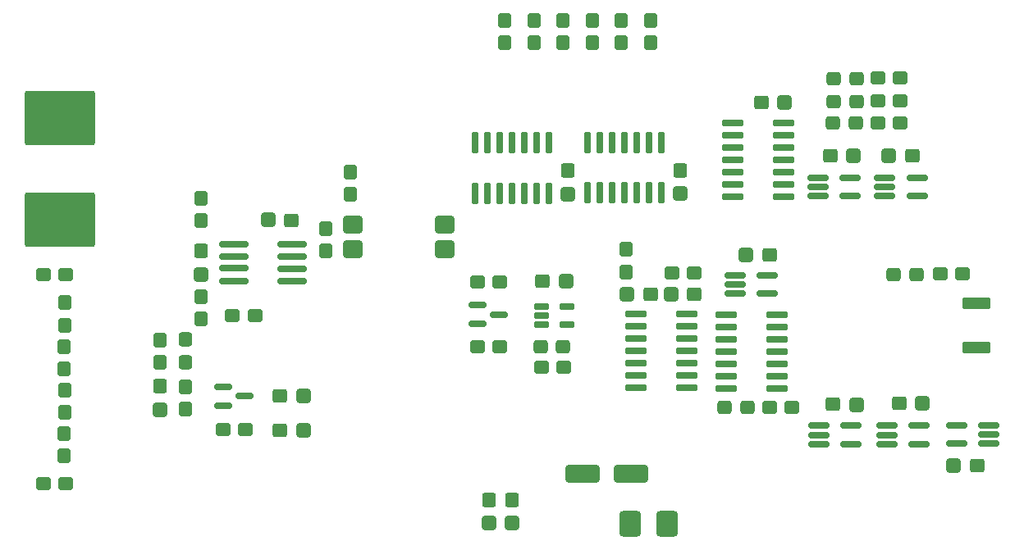
<source format=gbr>
%TF.GenerationSoftware,KiCad,Pcbnew,9.0.0*%
%TF.CreationDate,2025-07-11T04:59:07+08:00*%
%TF.ProjectId,tsal_g_v4.zip,7473616c-5f67-45f7-9634-2e7a69702e6b,rev?*%
%TF.SameCoordinates,Original*%
%TF.FileFunction,Paste,Top*%
%TF.FilePolarity,Positive*%
%FSLAX46Y46*%
G04 Gerber Fmt 4.6, Leading zero omitted, Abs format (unit mm)*
G04 Created by KiCad (PCBNEW 9.0.0) date 2025-07-11 04:59:07*
%MOMM*%
%LPD*%
G01*
G04 APERTURE LIST*
G04 Aperture macros list*
%AMRoundRect*
0 Rectangle with rounded corners*
0 $1 Rounding radius*
0 $2 $3 $4 $5 $6 $7 $8 $9 X,Y pos of 4 corners*
0 Add a 4 corners polygon primitive as box body*
4,1,4,$2,$3,$4,$5,$6,$7,$8,$9,$2,$3,0*
0 Add four circle primitives for the rounded corners*
1,1,$1+$1,$2,$3*
1,1,$1+$1,$4,$5*
1,1,$1+$1,$6,$7*
1,1,$1+$1,$8,$9*
0 Add four rect primitives between the rounded corners*
20,1,$1+$1,$2,$3,$4,$5,0*
20,1,$1+$1,$4,$5,$6,$7,0*
20,1,$1+$1,$6,$7,$8,$9,0*
20,1,$1+$1,$8,$9,$2,$3,0*%
G04 Aperture macros list end*
%ADD10RoundRect,0.278125X-0.474375X-0.389375X0.474375X-0.389375X0.474375X0.389375X-0.474375X0.389375X0*%
%ADD11RoundRect,0.304348X0.420652X0.395652X-0.420652X0.395652X-0.420652X-0.395652X0.420652X-0.395652X0*%
%ADD12RoundRect,0.090000X-1.040000X-0.210000X1.040000X-0.210000X1.040000X0.210000X-1.040000X0.210000X0*%
%ADD13RoundRect,0.091500X-1.038500X-0.213500X1.038500X-0.213500X1.038500X0.213500X-1.038500X0.213500X0*%
%ADD14RoundRect,0.305575X-0.412525X0.460025X-0.412525X-0.460025X0.412525X-0.460025X0.412525X0.460025X0*%
%ADD15RoundRect,0.308511X-0.416489X0.457089X-0.416489X-0.457089X0.416489X-0.457089X0.416489X0.457089X0*%
%ADD16RoundRect,0.390352X0.722148X0.934648X-0.722148X0.934648X-0.722148X-0.934648X0.722148X-0.934648X0*%
%ADD17RoundRect,0.305575X0.460025X0.412525X-0.460025X0.412525X-0.460025X-0.412525X0.460025X-0.412525X0*%
%ADD18RoundRect,0.308511X0.457089X0.416489X-0.457089X0.416489X-0.457089X-0.416489X0.457089X-0.416489X0*%
%ADD19RoundRect,0.250000X-1.500000X-0.650000X1.500000X-0.650000X1.500000X0.650000X-1.500000X0.650000X0*%
%ADD20RoundRect,0.162500X-0.927500X-0.162500X0.927500X-0.162500X0.927500X0.162500X-0.927500X0.162500X0*%
%ADD21RoundRect,0.150000X-0.750000X-0.150000X0.750000X-0.150000X0.750000X0.150000X-0.750000X0.150000X0*%
%ADD22RoundRect,0.278125X0.389375X-0.474375X0.389375X0.474375X-0.389375X0.474375X-0.389375X-0.474375X0*%
%ADD23RoundRect,0.162500X-0.617500X-0.162500X0.617500X-0.162500X0.617500X0.162500X-0.617500X0.162500X0*%
%ADD24RoundRect,0.278125X0.474375X0.389375X-0.474375X0.389375X-0.474375X-0.389375X0.474375X-0.389375X0*%
%ADD25RoundRect,0.305575X-0.460025X-0.412525X0.460025X-0.412525X0.460025X0.412525X-0.460025X0.412525X0*%
%ADD26RoundRect,0.308511X-0.457089X-0.416489X0.457089X-0.416489X0.457089X0.416489X-0.457089X0.416489X0*%
%ADD27RoundRect,0.162500X0.927500X0.162500X-0.927500X0.162500X-0.927500X-0.162500X0.927500X-0.162500X0*%
%ADD28RoundRect,0.278125X-0.389375X0.474375X-0.389375X-0.474375X0.389375X-0.474375X0.389375X0.474375X0*%
%ADD29RoundRect,0.250000X1.230000X0.350000X-1.230000X0.350000X-1.230000X-0.350000X1.230000X-0.350000X0*%
%ADD30RoundRect,0.090000X-0.210000X1.040000X-0.210000X-1.040000X0.210000X-1.040000X0.210000X1.040000X0*%
%ADD31RoundRect,0.091500X-0.213500X1.038500X-0.213500X-1.038500X0.213500X-1.038500X0.213500X1.038500X0*%
%ADD32RoundRect,0.249999X-0.750001X-0.640001X0.750001X-0.640001X0.750001X0.640001X-0.750001X0.640001X0*%
%ADD33RoundRect,0.251116X3.376384X-2.561384X3.376384X2.561384X-3.376384X2.561384X-3.376384X-2.561384X0*%
%ADD34RoundRect,0.304348X0.395652X-0.420652X0.395652X0.420652X-0.395652X0.420652X-0.395652X-0.420652X0*%
%ADD35RoundRect,0.150000X-1.350000X-0.150000X1.350000X-0.150000X1.350000X0.150000X-1.350000X0.150000X0*%
%ADD36RoundRect,0.150000X-1.337500X-0.150000X1.337500X-0.150000X1.337500X0.150000X-1.337500X0.150000X0*%
G04 APERTURE END LIST*
D10*
%TO.C,R31*%
X163897500Y-81367500D03*
X166202500Y-81367500D03*
%TD*%
D11*
%TO.C,D6*%
X155230000Y-63552103D03*
X152880000Y-63552103D03*
%TD*%
D12*
%TO.C,U9*%
X132445000Y-85505000D03*
X132445000Y-86775000D03*
X132445000Y-88045000D03*
X132445000Y-89315000D03*
X132445000Y-90585000D03*
X132445000Y-91855000D03*
X132445000Y-93125000D03*
X137685000Y-93125000D03*
D13*
X137685000Y-91860000D03*
D12*
X137685000Y-90585000D03*
X137685000Y-89315000D03*
X137685000Y-88045000D03*
X137685000Y-86775000D03*
X137685000Y-85505000D03*
%TD*%
D14*
%TO.C,C1*%
X83406900Y-92984400D03*
D15*
X83400000Y-95415600D03*
%TD*%
D16*
%TO.C,F2*%
X135687500Y-107200000D03*
X131912500Y-107200000D03*
%TD*%
D17*
%TO.C,C11*%
X167691200Y-101156900D03*
D18*
X165260000Y-101150000D03*
%TD*%
D17*
%TO.C,C16*%
X133987500Y-83497500D03*
D18*
X131556300Y-83490600D03*
%TD*%
D19*
%TO.C,D3*%
X127000000Y-102000000D03*
X132000000Y-102000000D03*
%TD*%
D20*
%TO.C,U13*%
X142675000Y-81515000D03*
X142675000Y-82465000D03*
X142675000Y-83415000D03*
X145995000Y-83415000D03*
X145995000Y-81515000D03*
%TD*%
D21*
%TO.C,Q1*%
X116150000Y-84600000D03*
X116150000Y-86500000D03*
X118350000Y-85550000D03*
%TD*%
D22*
%TO.C,R6*%
X73467500Y-91152500D03*
X73467500Y-88847500D03*
%TD*%
D10*
%TO.C,R25*%
X157455000Y-65752103D03*
X159760000Y-65752103D03*
%TD*%
D23*
%TO.C,U4*%
X122700000Y-84700000D03*
X122700000Y-85650000D03*
X122700000Y-86600000D03*
X125400000Y-86600000D03*
X125400000Y-84700000D03*
%TD*%
D24*
%TO.C,R17*%
X125000000Y-91000000D03*
X122695000Y-91000000D03*
%TD*%
D10*
%TO.C,R4*%
X90847500Y-85692500D03*
X93152500Y-85692500D03*
%TD*%
D11*
%TO.C,D4*%
X124977500Y-88882500D03*
X122627500Y-88882500D03*
%TD*%
D14*
%TO.C,C6*%
X119706900Y-104684400D03*
D15*
X119700000Y-107115600D03*
%TD*%
D25*
%TO.C,C8*%
X152784400Y-94843100D03*
D26*
X155215600Y-94850000D03*
%TD*%
D11*
%TO.C,D10*%
X161425000Y-81400000D03*
X159075000Y-81400000D03*
%TD*%
D22*
%TO.C,R10*%
X87567500Y-75877500D03*
X87567500Y-73572500D03*
%TD*%
D25*
%TO.C,C4*%
X95746900Y-97493100D03*
D26*
X98178100Y-97500000D03*
%TD*%
D17*
%TO.C,C18*%
X161009017Y-69185417D03*
D18*
X158577817Y-69178517D03*
%TD*%
D27*
%TO.C,U10*%
X168920000Y-98900000D03*
X168920000Y-97950000D03*
X168920000Y-97000000D03*
X165600000Y-97000000D03*
X165600000Y-98900000D03*
%TD*%
D28*
%TO.C,R11*%
X87632500Y-83695000D03*
X87632500Y-86000000D03*
%TD*%
D29*
%TO.C,Q4*%
X167620000Y-88980000D03*
X167620000Y-84420000D03*
%TD*%
D14*
%TO.C,C21*%
X125485717Y-70712917D03*
D15*
X125478817Y-73144117D03*
%TD*%
D22*
%TO.C,R22*%
X118945266Y-57481017D03*
X118945266Y-55176017D03*
%TD*%
D28*
%TO.C,R1*%
X86032500Y-93047500D03*
X86032500Y-95352500D03*
%TD*%
D11*
%TO.C,D5*%
X155130000Y-65752103D03*
X152780000Y-65752103D03*
%TD*%
D25*
%TO.C,C7*%
X122834400Y-82142048D03*
D26*
X125265600Y-82148948D03*
%TD*%
D12*
%TO.C,U20*%
X142448817Y-65768517D03*
X142448817Y-67038517D03*
X142448817Y-68308517D03*
X142448817Y-69578517D03*
X142448817Y-70848517D03*
X142448817Y-72118517D03*
X142448817Y-73388517D03*
X147688817Y-73388517D03*
D13*
X147688817Y-72123517D03*
D12*
X147688817Y-70848517D03*
X147688817Y-69578517D03*
X147688817Y-68308517D03*
X147688817Y-67038517D03*
X147688817Y-65768517D03*
%TD*%
D10*
%TO.C,R26*%
X157455000Y-61152103D03*
X159760000Y-61152103D03*
%TD*%
D28*
%TO.C,R13*%
X100432500Y-76647500D03*
X100432500Y-78952500D03*
%TD*%
D14*
%TO.C,C2*%
X87606900Y-79009400D03*
D15*
X87600000Y-81440600D03*
%TD*%
D11*
%TO.C,D7*%
X155221334Y-61189088D03*
X152871334Y-61189088D03*
%TD*%
D30*
%TO.C,U5*%
X135088817Y-67758517D03*
X133818817Y-67758517D03*
X132548817Y-67758517D03*
X131278817Y-67758517D03*
X130008817Y-67758517D03*
X128738817Y-67758517D03*
X127468817Y-67758517D03*
X127468817Y-72998517D03*
D31*
X128733817Y-72998517D03*
D30*
X130008817Y-72998517D03*
X131278817Y-72998517D03*
X132548817Y-72998517D03*
X133818817Y-72998517D03*
X135088817Y-72998517D03*
%TD*%
D25*
%TO.C,C15*%
X152518817Y-69171617D03*
D26*
X154950017Y-69178517D03*
%TD*%
D12*
%TO.C,U12*%
X141815000Y-85555000D03*
X141815000Y-86825000D03*
X141815000Y-88095000D03*
X141815000Y-89365000D03*
X141815000Y-90635000D03*
X141815000Y-91905000D03*
X141815000Y-93175000D03*
X147055000Y-93175000D03*
D13*
X147055000Y-91910000D03*
D12*
X147055000Y-90635000D03*
X147055000Y-89365000D03*
X147055000Y-88095000D03*
X147055000Y-86825000D03*
X147055000Y-85555000D03*
%TD*%
D10*
%TO.C,R2*%
X89895000Y-97400000D03*
X92200000Y-97400000D03*
%TD*%
D25*
%TO.C,C12*%
X159628800Y-94743100D03*
D26*
X162060000Y-94750000D03*
%TD*%
D32*
%TO.C,U2*%
X103235000Y-76230000D03*
X103235000Y-78770000D03*
X112765000Y-78770000D03*
X112765000Y-76230000D03*
%TD*%
D33*
%TO.C,F1*%
X73000000Y-75775000D03*
X73000000Y-65225000D03*
%TD*%
D22*
%TO.C,R18*%
X127967500Y-57502500D03*
X127967500Y-55197500D03*
%TD*%
D17*
%TO.C,C23*%
X138503100Y-83504400D03*
D18*
X136071900Y-83497500D03*
%TD*%
D10*
%TO.C,R15*%
X116097500Y-88917500D03*
X118402500Y-88917500D03*
%TD*%
D22*
%TO.C,R21*%
X121951976Y-57481017D03*
X121951976Y-55176017D03*
%TD*%
D20*
%TO.C,U7*%
X151340000Y-97050000D03*
X151340000Y-98000000D03*
X151340000Y-98950000D03*
X154660000Y-98950000D03*
X154660000Y-97050000D03*
%TD*%
D28*
%TO.C,R7*%
X73532500Y-93347500D03*
X73532500Y-95652500D03*
%TD*%
D11*
%TO.C,D9*%
X143985000Y-95165000D03*
X141635000Y-95165000D03*
%TD*%
D28*
%TO.C,R5*%
X73532500Y-84347500D03*
X73532500Y-86652500D03*
%TD*%
D14*
%TO.C,C22*%
X137085717Y-70642917D03*
D15*
X137078817Y-73074117D03*
%TD*%
D20*
%TO.C,U14*%
X151258817Y-71428517D03*
X151258817Y-72378517D03*
X151258817Y-73328517D03*
X154578817Y-73328517D03*
X154578817Y-71428517D03*
%TD*%
D28*
%TO.C,R14*%
X103032500Y-70847500D03*
X103032500Y-73152500D03*
%TD*%
D24*
%TO.C,R9*%
X73652500Y-103032500D03*
X71347500Y-103032500D03*
%TD*%
D10*
%TO.C,R30*%
X146282500Y-95132500D03*
X148587500Y-95132500D03*
%TD*%
D22*
%TO.C,R12*%
X83367500Y-90477500D03*
X83367500Y-88172500D03*
%TD*%
D20*
%TO.C,U11*%
X158400000Y-97050000D03*
X158400000Y-98000000D03*
X158400000Y-98950000D03*
X161720000Y-98950000D03*
X161720000Y-97050000D03*
%TD*%
D22*
%TO.C,R23*%
X124958686Y-57481017D03*
X124958686Y-55176017D03*
%TD*%
D25*
%TO.C,C5*%
X95746900Y-93993100D03*
D26*
X98178100Y-94000000D03*
%TD*%
D22*
%TO.C,R29*%
X131467500Y-81152500D03*
X131467500Y-78847500D03*
%TD*%
D10*
%TO.C,R3*%
X71347500Y-81467500D03*
X73652500Y-81467500D03*
%TD*%
D22*
%TO.C,R19*%
X133978817Y-57481017D03*
X133978817Y-55176017D03*
%TD*%
D25*
%TO.C,C24*%
X145403217Y-63671617D03*
D26*
X147834417Y-63678517D03*
%TD*%
D34*
%TO.C,D2*%
X86000000Y-90500000D03*
X86000000Y-88150000D03*
%TD*%
D22*
%TO.C,R20*%
X130972107Y-57481017D03*
X130972107Y-55176017D03*
%TD*%
D30*
%TO.C,U6*%
X123488817Y-67808517D03*
X122218817Y-67808517D03*
X120948817Y-67808517D03*
X119678817Y-67808517D03*
X118408817Y-67808517D03*
X117138817Y-67808517D03*
X115868817Y-67808517D03*
X115868817Y-73048517D03*
D31*
X117133817Y-73048517D03*
D30*
X118408817Y-73048517D03*
X119678817Y-73048517D03*
X120948817Y-73048517D03*
X122218817Y-73048517D03*
X123488817Y-73048517D03*
%TD*%
D20*
%TO.C,U16*%
X158158817Y-71428517D03*
X158158817Y-72378517D03*
X158158817Y-73328517D03*
X161478817Y-73328517D03*
X161478817Y-71428517D03*
%TD*%
D21*
%TO.C,U1*%
X89900000Y-93050000D03*
X89900000Y-94950000D03*
X92100000Y-94000000D03*
%TD*%
D14*
%TO.C,C9*%
X117306900Y-104684400D03*
D15*
X117300000Y-107115600D03*
%TD*%
D35*
%TO.C,LM1*%
X91000000Y-78320000D03*
X91000000Y-79590000D03*
D36*
X90987500Y-80725000D03*
D35*
X91000000Y-82130000D03*
X97000000Y-82130000D03*
X97000000Y-80860000D03*
X97000000Y-79590000D03*
X97000000Y-78320000D03*
%TD*%
D24*
%TO.C,R16*%
X118402500Y-82182500D03*
X116097500Y-82182500D03*
%TD*%
D17*
%TO.C,C19*%
X146250600Y-79371900D03*
D18*
X143819400Y-79365000D03*
%TD*%
D17*
%TO.C,C3*%
X96950000Y-75800000D03*
D18*
X94518800Y-75793100D03*
%TD*%
D22*
%TO.C,R8*%
X73467500Y-100152500D03*
X73467500Y-97847500D03*
%TD*%
D10*
%TO.C,R24*%
X157450000Y-63500000D03*
X159755000Y-63500000D03*
%TD*%
%TO.C,R28*%
X136182500Y-81232500D03*
X138487500Y-81232500D03*
%TD*%
M02*

</source>
